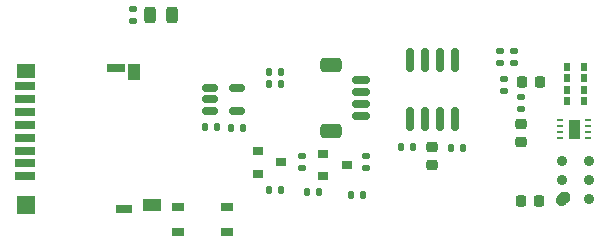
<source format=gbr>
G04 #@! TF.GenerationSoftware,KiCad,Pcbnew,8.0.3*
G04 #@! TF.CreationDate,2024-06-26T11:29:34-05:00*
G04 #@! TF.ProjectId,Bald Sense Wing v3,42616c64-2053-4656-9e73-652057696e67,rev?*
G04 #@! TF.SameCoordinates,Original*
G04 #@! TF.FileFunction,Paste,Top*
G04 #@! TF.FilePolarity,Positive*
%FSLAX46Y46*%
G04 Gerber Fmt 4.6, Leading zero omitted, Abs format (unit mm)*
G04 Created by KiCad (PCBNEW 8.0.3) date 2024-06-26 11:29:34*
%MOMM*%
%LPD*%
G01*
G04 APERTURE LIST*
G04 Aperture macros list*
%AMRoundRect*
0 Rectangle with rounded corners*
0 $1 Rounding radius*
0 $2 $3 $4 $5 $6 $7 $8 $9 X,Y pos of 4 corners*
0 Add a 4 corners polygon primitive as box body*
4,1,4,$2,$3,$4,$5,$6,$7,$8,$9,$2,$3,0*
0 Add four circle primitives for the rounded corners*
1,1,$1+$1,$2,$3*
1,1,$1+$1,$4,$5*
1,1,$1+$1,$6,$7*
1,1,$1+$1,$8,$9*
0 Add four rect primitives between the rounded corners*
20,1,$1+$1,$2,$3,$4,$5,0*
20,1,$1+$1,$4,$5,$6,$7,0*
20,1,$1+$1,$6,$7,$8,$9,0*
20,1,$1+$1,$8,$9,$2,$3,0*%
G04 Aperture macros list end*
%ADD10C,0.000100*%
%ADD11C,0.010000*%
%ADD12RoundRect,0.225000X0.225000X0.250000X-0.225000X0.250000X-0.225000X-0.250000X0.225000X-0.250000X0*%
%ADD13RoundRect,0.243750X0.243750X0.456250X-0.243750X0.456250X-0.243750X-0.456250X0.243750X-0.456250X0*%
%ADD14RoundRect,0.135000X-0.135000X-0.185000X0.135000X-0.185000X0.135000X0.185000X-0.135000X0.185000X0*%
%ADD15RoundRect,0.135000X0.135000X0.185000X-0.135000X0.185000X-0.135000X-0.185000X0.135000X-0.185000X0*%
%ADD16RoundRect,0.135000X0.185000X-0.135000X0.185000X0.135000X-0.185000X0.135000X-0.185000X-0.135000X0*%
%ADD17R,0.600000X0.720000*%
%ADD18RoundRect,0.150000X0.150000X-0.825000X0.150000X0.825000X-0.150000X0.825000X-0.150000X-0.825000X0*%
%ADD19RoundRect,0.135000X-0.185000X0.135000X-0.185000X-0.135000X0.185000X-0.135000X0.185000X0.135000X0*%
%ADD20RoundRect,0.225000X-0.250000X0.225000X-0.250000X-0.225000X0.250000X-0.225000X0.250000X0.225000X0*%
%ADD21R,1.750000X0.700000*%
%ADD22R,1.550000X1.000000*%
%ADD23R,1.000000X1.450000*%
%ADD24R,1.500000X1.500000*%
%ADD25R,1.500000X1.300000*%
%ADD26R,1.400000X0.800000*%
%ADD27R,1.500000X0.800000*%
%ADD28C,0.910000*%
%ADD29R,0.900000X0.800000*%
%ADD30R,0.550000X0.250000*%
%ADD31RoundRect,0.150000X-0.512500X-0.150000X0.512500X-0.150000X0.512500X0.150000X-0.512500X0.150000X0*%
%ADD32R,1.050000X0.650000*%
%ADD33RoundRect,0.150000X0.625000X-0.150000X0.625000X0.150000X-0.625000X0.150000X-0.625000X-0.150000X0*%
%ADD34RoundRect,0.250000X0.650000X-0.350000X0.650000X0.350000X-0.650000X0.350000X-0.650000X-0.350000X0*%
G04 APERTURE END LIST*
D10*
X72739780Y-41630311D02*
X72787090Y-41636960D01*
X72833446Y-41648517D01*
X72878340Y-41664857D01*
X72921280Y-41685801D01*
X72961795Y-41711117D01*
X72999443Y-41740531D01*
X73033809Y-41773718D01*
X73064518Y-41810316D01*
X73091234Y-41849923D01*
X73113663Y-41892106D01*
X73131560Y-41936402D01*
X73144728Y-41982326D01*
X73153024Y-42029376D01*
X73156357Y-42077034D01*
X73154689Y-42124780D01*
X73148040Y-42172090D01*
X73136483Y-42218446D01*
X73120143Y-42263340D01*
X73099199Y-42306280D01*
X73073883Y-42346795D01*
X73044469Y-42384443D01*
X73010000Y-42420000D01*
X72900000Y-42520000D01*
X72800000Y-42620000D01*
X72762032Y-42654454D01*
X72723409Y-42682516D01*
X72682064Y-42706386D01*
X72638451Y-42725804D01*
X72593047Y-42740556D01*
X72546349Y-42750482D01*
X72498870Y-42755473D01*
X72451130Y-42755473D01*
X72403651Y-42750482D01*
X72356953Y-42740556D01*
X72311549Y-42725804D01*
X72267936Y-42706386D01*
X72226591Y-42682516D01*
X72187968Y-42654454D01*
X72152490Y-42622510D01*
X72120546Y-42587032D01*
X72092484Y-42548409D01*
X72068614Y-42507064D01*
X72049196Y-42463451D01*
X72034444Y-42418047D01*
X72024518Y-42371349D01*
X72019527Y-42323870D01*
X72019527Y-42276130D01*
X72024518Y-42228651D01*
X72034444Y-42181953D01*
X72049196Y-42136549D01*
X72068614Y-42092936D01*
X72092484Y-42051591D01*
X72120546Y-42012968D01*
X72150000Y-41980000D01*
X72390000Y-41750000D01*
X72425316Y-41720482D01*
X72464923Y-41693766D01*
X72507106Y-41671337D01*
X72551402Y-41653440D01*
X72597326Y-41640272D01*
X72644376Y-41631976D01*
X72692034Y-41628643D01*
X72739780Y-41630311D01*
G36*
X72739780Y-41630311D02*
G01*
X72787090Y-41636960D01*
X72833446Y-41648517D01*
X72878340Y-41664857D01*
X72921280Y-41685801D01*
X72961795Y-41711117D01*
X72999443Y-41740531D01*
X73033809Y-41773718D01*
X73064518Y-41810316D01*
X73091234Y-41849923D01*
X73113663Y-41892106D01*
X73131560Y-41936402D01*
X73144728Y-41982326D01*
X73153024Y-42029376D01*
X73156357Y-42077034D01*
X73154689Y-42124780D01*
X73148040Y-42172090D01*
X73136483Y-42218446D01*
X73120143Y-42263340D01*
X73099199Y-42306280D01*
X73073883Y-42346795D01*
X73044469Y-42384443D01*
X73010000Y-42420000D01*
X72900000Y-42520000D01*
X72800000Y-42620000D01*
X72762032Y-42654454D01*
X72723409Y-42682516D01*
X72682064Y-42706386D01*
X72638451Y-42725804D01*
X72593047Y-42740556D01*
X72546349Y-42750482D01*
X72498870Y-42755473D01*
X72451130Y-42755473D01*
X72403651Y-42750482D01*
X72356953Y-42740556D01*
X72311549Y-42725804D01*
X72267936Y-42706386D01*
X72226591Y-42682516D01*
X72187968Y-42654454D01*
X72152490Y-42622510D01*
X72120546Y-42587032D01*
X72092484Y-42548409D01*
X72068614Y-42507064D01*
X72049196Y-42463451D01*
X72034444Y-42418047D01*
X72024518Y-42371349D01*
X72019527Y-42323870D01*
X72019527Y-42276130D01*
X72024518Y-42228651D01*
X72034444Y-42181953D01*
X72049196Y-42136549D01*
X72068614Y-42092936D01*
X72092484Y-42051591D01*
X72120546Y-42012968D01*
X72150000Y-41980000D01*
X72390000Y-41750000D01*
X72425316Y-41720482D01*
X72464923Y-41693766D01*
X72507106Y-41671337D01*
X72551402Y-41653440D01*
X72597326Y-41640272D01*
X72644376Y-41631976D01*
X72692034Y-41628643D01*
X72739780Y-41630311D01*
G37*
D11*
X73984281Y-37122000D02*
X73083000Y-37122000D01*
X73083000Y-35519722D01*
X73984281Y-35519722D01*
X73984281Y-37122000D01*
G36*
X73984281Y-37122000D02*
G01*
X73083000Y-37122000D01*
X73083000Y-35519722D01*
X73984281Y-35519722D01*
X73984281Y-37122000D01*
G37*
D12*
X70600000Y-42400000D03*
X69050000Y-42400000D03*
D13*
X39497000Y-26670000D03*
X37622000Y-26670000D03*
D14*
X47699200Y-31496000D03*
X48719200Y-31496000D03*
D15*
X48719200Y-32512000D03*
X47699200Y-32512000D03*
D16*
X68453000Y-30736000D03*
X68453000Y-29716000D03*
D17*
X74360000Y-31057000D03*
X74360000Y-32027000D03*
X74360000Y-32997000D03*
X74360000Y-33967000D03*
X72960000Y-33967000D03*
X72960000Y-32997000D03*
X72960000Y-32027000D03*
X72960000Y-31057000D03*
D18*
X59677300Y-35469600D03*
X60947300Y-35469600D03*
X62217300Y-35469600D03*
X63487300Y-35469600D03*
X63487300Y-30519600D03*
X62217300Y-30519600D03*
X60947300Y-30519600D03*
X59677300Y-30519600D03*
D14*
X63091600Y-37896800D03*
X64111600Y-37896800D03*
D15*
X59946000Y-37846000D03*
X58926000Y-37846000D03*
D19*
X36195000Y-26162000D03*
X36195000Y-27182000D03*
D20*
X61518800Y-37807600D03*
X61518800Y-39357600D03*
D21*
X27051000Y-40343000D03*
X27051000Y-39243000D03*
X27051000Y-38143000D03*
X27051000Y-37043000D03*
X27051000Y-35943000D03*
X27051000Y-34843000D03*
X27051000Y-33743000D03*
X27051000Y-32643000D03*
D22*
X37851000Y-42718000D03*
D23*
X36276000Y-31518000D03*
D24*
X27176000Y-42793000D03*
D25*
X27176000Y-31443000D03*
D26*
X35426000Y-43118000D03*
D27*
X34776000Y-31193000D03*
D28*
X74830000Y-42290000D03*
X74830000Y-40640000D03*
X74830000Y-38990000D03*
X72490000Y-38990000D03*
X72490000Y-40640000D03*
D12*
X70675800Y-32359600D03*
X69125800Y-32359600D03*
D29*
X52289200Y-38420000D03*
X52289200Y-40320000D03*
X54289200Y-39370000D03*
D16*
X55930800Y-39600600D03*
X55930800Y-38580600D03*
D29*
X46777400Y-38191400D03*
X46777400Y-40091400D03*
X48777400Y-39141400D03*
D16*
X50500000Y-39600600D03*
X50500000Y-38580600D03*
D14*
X50969100Y-41656000D03*
X51989100Y-41656000D03*
X47750000Y-41452800D03*
X48770000Y-41452800D03*
X54690800Y-41910000D03*
X55710800Y-41910000D03*
D16*
X67310000Y-30736000D03*
X67310000Y-29716000D03*
D20*
X69062600Y-35902600D03*
X69062600Y-37452600D03*
D30*
X74708000Y-37072000D03*
X74708000Y-36572000D03*
X74708000Y-36072000D03*
X74708000Y-35572000D03*
X72358000Y-35572000D03*
X72358000Y-36072000D03*
X72358000Y-36572000D03*
X72358000Y-37072000D03*
D31*
X42702900Y-32868700D03*
X42702900Y-33818700D03*
X42702900Y-34768700D03*
X44977900Y-34768700D03*
X44977900Y-32868700D03*
D16*
X69088000Y-34647600D03*
X69088000Y-33627600D03*
D19*
X67614800Y-32052800D03*
X67614800Y-33072800D03*
D32*
X40046000Y-42926000D03*
X44196000Y-42926000D03*
X40046000Y-45076000D03*
X44196000Y-45076000D03*
D33*
X55528600Y-35180400D03*
X55528600Y-34180400D03*
X55528600Y-33180400D03*
X55528600Y-32180400D03*
D34*
X53003600Y-36480400D03*
X53003600Y-30880400D03*
D14*
X42314400Y-36169600D03*
X43334400Y-36169600D03*
D15*
X45518800Y-36220400D03*
X44498800Y-36220400D03*
M02*

</source>
